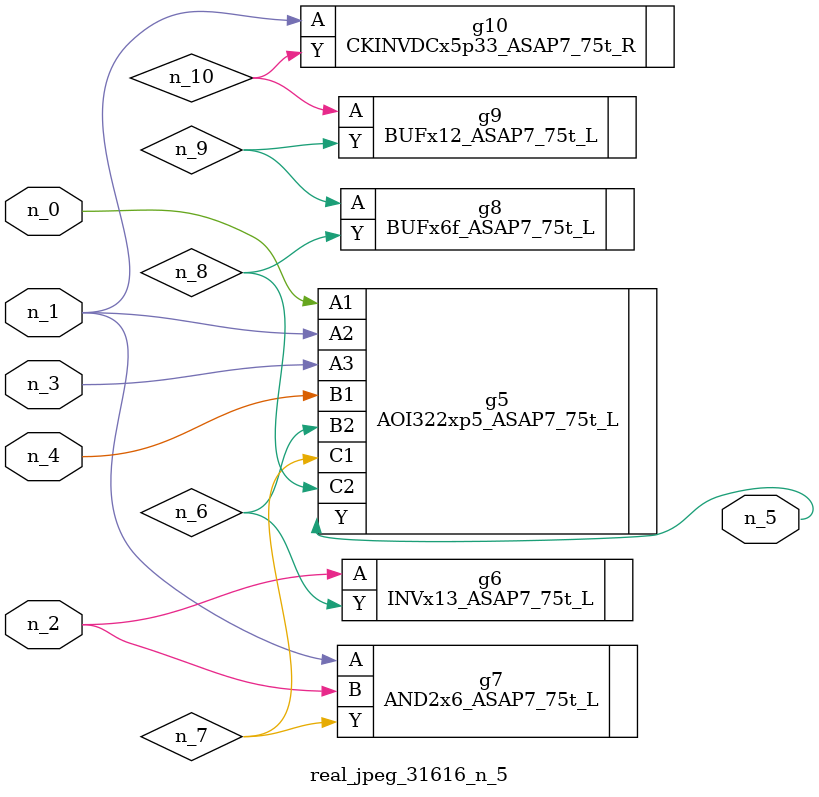
<source format=v>
module real_jpeg_31616_n_5 (n_4, n_0, n_1, n_2, n_3, n_5);

input n_4;
input n_0;
input n_1;
input n_2;
input n_3;

output n_5;

wire n_8;
wire n_6;
wire n_7;
wire n_10;
wire n_9;

AOI322xp5_ASAP7_75t_L g5 ( 
.A1(n_0),
.A2(n_1),
.A3(n_3),
.B1(n_4),
.B2(n_6),
.C1(n_7),
.C2(n_8),
.Y(n_5)
);

AND2x6_ASAP7_75t_L g7 ( 
.A(n_1),
.B(n_2),
.Y(n_7)
);

CKINVDCx5p33_ASAP7_75t_R g10 ( 
.A(n_1),
.Y(n_10)
);

INVx13_ASAP7_75t_L g6 ( 
.A(n_2),
.Y(n_6)
);

BUFx6f_ASAP7_75t_L g8 ( 
.A(n_9),
.Y(n_8)
);

BUFx12_ASAP7_75t_L g9 ( 
.A(n_10),
.Y(n_9)
);


endmodule
</source>
